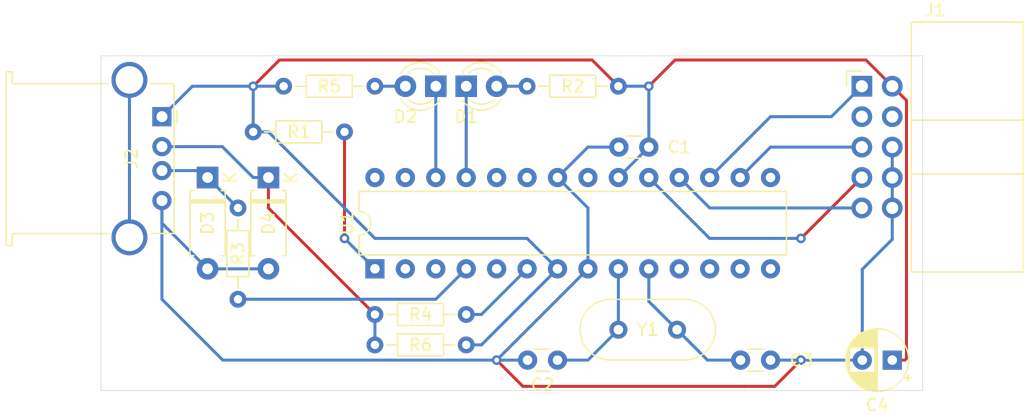
<source format=kicad_pcb>
(kicad_pcb (version 20171130) (host pcbnew 5.1.5+dfsg1-2build2)

  (general
    (thickness 1.6)
    (drawings 4)
    (tracks 94)
    (zones 0)
    (modules 18)
    (nets 19)
  )

  (page A4)
  (layers
    (0 F.Cu signal)
    (31 B.Cu signal)
    (32 B.Adhes user)
    (33 F.Adhes user)
    (34 B.Paste user)
    (35 F.Paste user)
    (36 B.SilkS user)
    (37 F.SilkS user)
    (38 B.Mask user)
    (39 F.Mask user)
    (40 Dwgs.User user)
    (41 Cmts.User user)
    (42 Eco1.User user)
    (43 Eco2.User user)
    (44 Edge.Cuts user)
    (45 Margin user)
    (46 B.CrtYd user)
    (47 F.CrtYd user hide)
    (48 B.Fab user)
    (49 F.Fab user hide)
  )

  (setup
    (last_trace_width 0.25)
    (trace_clearance 0.2)
    (zone_clearance 0.508)
    (zone_45_only no)
    (trace_min 0.2)
    (via_size 0.8)
    (via_drill 0.4)
    (via_min_size 0.4)
    (via_min_drill 0.3)
    (uvia_size 0.3)
    (uvia_drill 0.1)
    (uvias_allowed no)
    (uvia_min_size 0.2)
    (uvia_min_drill 0.1)
    (edge_width 0.05)
    (segment_width 0.2)
    (pcb_text_width 0.3)
    (pcb_text_size 1.5 1.5)
    (mod_edge_width 0.12)
    (mod_text_size 1 1)
    (mod_text_width 0.15)
    (pad_size 1.524 1.524)
    (pad_drill 0.762)
    (pad_to_mask_clearance 0.051)
    (solder_mask_min_width 0.25)
    (aux_axis_origin 0 0)
    (visible_elements FFFFFF7F)
    (pcbplotparams
      (layerselection 0x010fc_ffffffff)
      (usegerberextensions false)
      (usegerberattributes false)
      (usegerberadvancedattributes false)
      (creategerberjobfile false)
      (excludeedgelayer true)
      (linewidth 0.100000)
      (plotframeref false)
      (viasonmask false)
      (mode 1)
      (useauxorigin false)
      (hpglpennumber 1)
      (hpglpenspeed 20)
      (hpglpendiameter 15.000000)
      (psnegative false)
      (psa4output false)
      (plotreference true)
      (plotvalue true)
      (plotinvisibletext false)
      (padsonsilk false)
      (subtractmaskfromsilk false)
      (outputformat 1)
      (mirror false)
      (drillshape 1)
      (scaleselection 1)
      (outputdirectory ""))
  )

  (net 0 "")
  (net 1 VCC)
  (net 2 GND)
  (net 3 "Net-(C2-Pad1)")
  (net 4 "Net-(C3-Pad1)")
  (net 5 "Net-(D1-Pad1)")
  (net 6 "Net-(D1-Pad2)")
  (net 7 "Net-(D2-Pad2)")
  (net 8 "Net-(D2-Pad1)")
  (net 9 "Net-(D3-Pad1)")
  (net 10 "Net-(D4-Pad1)")
  (net 11 /MOSI)
  (net 12 /RST)
  (net 13 /SCK)
  (net 14 /MISO)
  (net 15 "Net-(J2-Pad5)")
  (net 16 "Net-(R1-Pad2)")
  (net 17 "Net-(R3-Pad2)")
  (net 18 "Net-(R4-Pad1)")

  (net_class Default "This is the default net class."
    (clearance 0.2)
    (trace_width 0.25)
    (via_dia 0.8)
    (via_drill 0.4)
    (uvia_dia 0.3)
    (uvia_drill 0.1)
    (add_net /MISO)
    (add_net /MOSI)
    (add_net /RST)
    (add_net /SCK)
    (add_net GND)
    (add_net "Net-(C2-Pad1)")
    (add_net "Net-(C3-Pad1)")
    (add_net "Net-(D1-Pad1)")
    (add_net "Net-(D1-Pad2)")
    (add_net "Net-(D2-Pad1)")
    (add_net "Net-(D2-Pad2)")
    (add_net "Net-(D3-Pad1)")
    (add_net "Net-(D4-Pad1)")
    (add_net "Net-(J2-Pad5)")
    (add_net "Net-(R1-Pad2)")
    (add_net "Net-(R3-Pad2)")
    (add_net "Net-(R4-Pad1)")
    (add_net VCC)
  )

  (module Package_DIP:DIP-28_W7.62mm (layer F.Cu) (tedit 5A02E8C5) (tstamp 60232C0A)
    (at 73.66 109.22 90)
    (descr "28-lead though-hole mounted DIP package, row spacing 7.62 mm (300 mils)")
    (tags "THT DIP DIL PDIP 2.54mm 7.62mm 300mil")
    (path /6023CBF1)
    (fp_text reference U1 (at 3.81 -2.33 90) (layer F.SilkS)
      (effects (font (size 1 1) (thickness 0.15)))
    )
    (fp_text value ATmega328P-PU (at 3.81 35.35 90) (layer F.Fab)
      (effects (font (size 1 1) (thickness 0.15)))
    )
    (fp_arc (start 3.81 -1.33) (end 2.81 -1.33) (angle -180) (layer F.SilkS) (width 0.12))
    (fp_line (start 1.635 -1.27) (end 6.985 -1.27) (layer F.Fab) (width 0.1))
    (fp_line (start 6.985 -1.27) (end 6.985 34.29) (layer F.Fab) (width 0.1))
    (fp_line (start 6.985 34.29) (end 0.635 34.29) (layer F.Fab) (width 0.1))
    (fp_line (start 0.635 34.29) (end 0.635 -0.27) (layer F.Fab) (width 0.1))
    (fp_line (start 0.635 -0.27) (end 1.635 -1.27) (layer F.Fab) (width 0.1))
    (fp_line (start 2.81 -1.33) (end 1.16 -1.33) (layer F.SilkS) (width 0.12))
    (fp_line (start 1.16 -1.33) (end 1.16 34.35) (layer F.SilkS) (width 0.12))
    (fp_line (start 1.16 34.35) (end 6.46 34.35) (layer F.SilkS) (width 0.12))
    (fp_line (start 6.46 34.35) (end 6.46 -1.33) (layer F.SilkS) (width 0.12))
    (fp_line (start 6.46 -1.33) (end 4.81 -1.33) (layer F.SilkS) (width 0.12))
    (fp_line (start -1.1 -1.55) (end -1.1 34.55) (layer F.CrtYd) (width 0.05))
    (fp_line (start -1.1 34.55) (end 8.7 34.55) (layer F.CrtYd) (width 0.05))
    (fp_line (start 8.7 34.55) (end 8.7 -1.55) (layer F.CrtYd) (width 0.05))
    (fp_line (start 8.7 -1.55) (end -1.1 -1.55) (layer F.CrtYd) (width 0.05))
    (fp_text user %R (at 3.81 16.51 90) (layer F.Fab)
      (effects (font (size 1 1) (thickness 0.15)))
    )
    (pad 1 thru_hole rect (at 0 0 90) (size 1.6 1.6) (drill 0.8) (layers *.Cu *.Mask)
      (net 16 "Net-(R1-Pad2)"))
    (pad 15 thru_hole oval (at 7.62 33.02 90) (size 1.6 1.6) (drill 0.8) (layers *.Cu *.Mask))
    (pad 2 thru_hole oval (at 0 2.54 90) (size 1.6 1.6) (drill 0.8) (layers *.Cu *.Mask))
    (pad 16 thru_hole oval (at 7.62 30.48 90) (size 1.6 1.6) (drill 0.8) (layers *.Cu *.Mask)
      (net 12 /RST))
    (pad 3 thru_hole oval (at 0 5.08 90) (size 1.6 1.6) (drill 0.8) (layers *.Cu *.Mask))
    (pad 17 thru_hole oval (at 7.62 27.94 90) (size 1.6 1.6) (drill 0.8) (layers *.Cu *.Mask)
      (net 11 /MOSI))
    (pad 4 thru_hole oval (at 0 7.62 90) (size 1.6 1.6) (drill 0.8) (layers *.Cu *.Mask)
      (net 17 "Net-(R3-Pad2)"))
    (pad 18 thru_hole oval (at 7.62 25.4 90) (size 1.6 1.6) (drill 0.8) (layers *.Cu *.Mask)
      (net 14 /MISO))
    (pad 5 thru_hole oval (at 0 10.16 90) (size 1.6 1.6) (drill 0.8) (layers *.Cu *.Mask))
    (pad 19 thru_hole oval (at 7.62 22.86 90) (size 1.6 1.6) (drill 0.8) (layers *.Cu *.Mask)
      (net 13 /SCK))
    (pad 6 thru_hole oval (at 0 12.7 90) (size 1.6 1.6) (drill 0.8) (layers *.Cu *.Mask)
      (net 18 "Net-(R4-Pad1)"))
    (pad 20 thru_hole oval (at 7.62 20.32 90) (size 1.6 1.6) (drill 0.8) (layers *.Cu *.Mask)
      (net 1 VCC))
    (pad 7 thru_hole oval (at 0 15.24 90) (size 1.6 1.6) (drill 0.8) (layers *.Cu *.Mask)
      (net 1 VCC))
    (pad 21 thru_hole oval (at 7.62 17.78 90) (size 1.6 1.6) (drill 0.8) (layers *.Cu *.Mask))
    (pad 8 thru_hole oval (at 0 17.78 90) (size 1.6 1.6) (drill 0.8) (layers *.Cu *.Mask)
      (net 2 GND))
    (pad 22 thru_hole oval (at 7.62 15.24 90) (size 1.6 1.6) (drill 0.8) (layers *.Cu *.Mask)
      (net 2 GND))
    (pad 9 thru_hole oval (at 0 20.32 90) (size 1.6 1.6) (drill 0.8) (layers *.Cu *.Mask)
      (net 3 "Net-(C2-Pad1)"))
    (pad 23 thru_hole oval (at 7.62 12.7 90) (size 1.6 1.6) (drill 0.8) (layers *.Cu *.Mask))
    (pad 10 thru_hole oval (at 0 22.86 90) (size 1.6 1.6) (drill 0.8) (layers *.Cu *.Mask)
      (net 4 "Net-(C3-Pad1)"))
    (pad 24 thru_hole oval (at 7.62 10.16 90) (size 1.6 1.6) (drill 0.8) (layers *.Cu *.Mask))
    (pad 11 thru_hole oval (at 0 25.4 90) (size 1.6 1.6) (drill 0.8) (layers *.Cu *.Mask))
    (pad 25 thru_hole oval (at 7.62 7.62 90) (size 1.6 1.6) (drill 0.8) (layers *.Cu *.Mask)
      (net 5 "Net-(D1-Pad1)"))
    (pad 12 thru_hole oval (at 0 27.94 90) (size 1.6 1.6) (drill 0.8) (layers *.Cu *.Mask))
    (pad 26 thru_hole oval (at 7.62 5.08 90) (size 1.6 1.6) (drill 0.8) (layers *.Cu *.Mask)
      (net 8 "Net-(D2-Pad1)"))
    (pad 13 thru_hole oval (at 0 30.48 90) (size 1.6 1.6) (drill 0.8) (layers *.Cu *.Mask))
    (pad 27 thru_hole oval (at 7.62 2.54 90) (size 1.6 1.6) (drill 0.8) (layers *.Cu *.Mask))
    (pad 14 thru_hole oval (at 0 33.02 90) (size 1.6 1.6) (drill 0.8) (layers *.Cu *.Mask))
    (pad 28 thru_hole oval (at 7.62 0 90) (size 1.6 1.6) (drill 0.8) (layers *.Cu *.Mask))
    (model ${KISYS3DMOD}/Package_DIP.3dshapes/DIP-28_W7.62mm.wrl
      (at (xyz 0 0 0))
      (scale (xyz 1 1 1))
      (rotate (xyz 0 0 0))
    )
  )

  (module Capacitor_THT:C_Disc_D3.0mm_W1.6mm_P2.50mm (layer F.Cu) (tedit 5AE50EF0) (tstamp 60234A5D)
    (at 96.52 99.06 180)
    (descr "C, Disc series, Radial, pin pitch=2.50mm, , diameter*width=3.0*1.6mm^2, Capacitor, http://www.vishay.com/docs/45233/krseries.pdf")
    (tags "C Disc series Radial pin pitch 2.50mm  diameter 3.0mm width 1.6mm Capacitor")
    (path /602B938E)
    (fp_text reference C1 (at -2.54 0) (layer F.SilkS)
      (effects (font (size 1 1) (thickness 0.15)))
    )
    (fp_text value 0.1uF (at 1.25 2.05) (layer F.Fab)
      (effects (font (size 1 1) (thickness 0.15)))
    )
    (fp_line (start -0.25 -0.8) (end -0.25 0.8) (layer F.Fab) (width 0.1))
    (fp_line (start -0.25 0.8) (end 2.75 0.8) (layer F.Fab) (width 0.1))
    (fp_line (start 2.75 0.8) (end 2.75 -0.8) (layer F.Fab) (width 0.1))
    (fp_line (start 2.75 -0.8) (end -0.25 -0.8) (layer F.Fab) (width 0.1))
    (fp_line (start 0.621 -0.92) (end 1.879 -0.92) (layer F.SilkS) (width 0.12))
    (fp_line (start 0.621 0.92) (end 1.879 0.92) (layer F.SilkS) (width 0.12))
    (fp_line (start -1.05 -1.05) (end -1.05 1.05) (layer F.CrtYd) (width 0.05))
    (fp_line (start -1.05 1.05) (end 3.55 1.05) (layer F.CrtYd) (width 0.05))
    (fp_line (start 3.55 1.05) (end 3.55 -1.05) (layer F.CrtYd) (width 0.05))
    (fp_line (start 3.55 -1.05) (end -1.05 -1.05) (layer F.CrtYd) (width 0.05))
    (fp_text user %R (at 1.25 0) (layer F.Fab)
      (effects (font (size 0.6 0.6) (thickness 0.09)))
    )
    (pad 1 thru_hole circle (at 0 0 180) (size 1.6 1.6) (drill 0.8) (layers *.Cu *.Mask)
      (net 1 VCC))
    (pad 2 thru_hole circle (at 2.5 0 180) (size 1.6 1.6) (drill 0.8) (layers *.Cu *.Mask)
      (net 2 GND))
    (model ${KISYS3DMOD}/Capacitor_THT.3dshapes/C_Disc_D3.0mm_W1.6mm_P2.50mm.wrl
      (at (xyz 0 0 0))
      (scale (xyz 1 1 1))
      (rotate (xyz 0 0 0))
    )
  )

  (module Capacitor_THT:C_Disc_D3.0mm_W1.6mm_P2.50mm (layer F.Cu) (tedit 5AE50EF0) (tstamp 602329D2)
    (at 88.9 116.84 180)
    (descr "C, Disc series, Radial, pin pitch=2.50mm, , diameter*width=3.0*1.6mm^2, Capacitor, http://www.vishay.com/docs/45233/krseries.pdf")
    (tags "C Disc series Radial pin pitch 2.50mm  diameter 3.0mm width 1.6mm Capacitor")
    (path /60242BF8)
    (fp_text reference C2 (at 1.25 -2.05) (layer F.SilkS)
      (effects (font (size 1 1) (thickness 0.15)))
    )
    (fp_text value 22pF (at 1.25 2.05) (layer F.Fab)
      (effects (font (size 1 1) (thickness 0.15)))
    )
    (fp_text user %R (at 1.25 0 270) (layer F.Fab)
      (effects (font (size 0.6 0.6) (thickness 0.09)))
    )
    (fp_line (start 3.55 -1.05) (end -1.05 -1.05) (layer F.CrtYd) (width 0.05))
    (fp_line (start 3.55 1.05) (end 3.55 -1.05) (layer F.CrtYd) (width 0.05))
    (fp_line (start -1.05 1.05) (end 3.55 1.05) (layer F.CrtYd) (width 0.05))
    (fp_line (start -1.05 -1.05) (end -1.05 1.05) (layer F.CrtYd) (width 0.05))
    (fp_line (start 0.621 0.92) (end 1.879 0.92) (layer F.SilkS) (width 0.12))
    (fp_line (start 0.621 -0.92) (end 1.879 -0.92) (layer F.SilkS) (width 0.12))
    (fp_line (start 2.75 -0.8) (end -0.25 -0.8) (layer F.Fab) (width 0.1))
    (fp_line (start 2.75 0.8) (end 2.75 -0.8) (layer F.Fab) (width 0.1))
    (fp_line (start -0.25 0.8) (end 2.75 0.8) (layer F.Fab) (width 0.1))
    (fp_line (start -0.25 -0.8) (end -0.25 0.8) (layer F.Fab) (width 0.1))
    (pad 2 thru_hole circle (at 2.5 0 180) (size 1.6 1.6) (drill 0.8) (layers *.Cu *.Mask)
      (net 2 GND))
    (pad 1 thru_hole circle (at 0 0 180) (size 1.6 1.6) (drill 0.8) (layers *.Cu *.Mask)
      (net 3 "Net-(C2-Pad1)"))
    (model ${KISYS3DMOD}/Capacitor_THT.3dshapes/C_Disc_D3.0mm_W1.6mm_P2.50mm.wrl
      (at (xyz 0 0 0))
      (scale (xyz 1 1 1))
      (rotate (xyz 0 0 0))
    )
  )

  (module Capacitor_THT:C_Disc_D3.0mm_W1.6mm_P2.50mm (layer F.Cu) (tedit 5AE50EF0) (tstamp 60234588)
    (at 104.18 116.84)
    (descr "C, Disc series, Radial, pin pitch=2.50mm, , diameter*width=3.0*1.6mm^2, Capacitor, http://www.vishay.com/docs/45233/krseries.pdf")
    (tags "C Disc series Radial pin pitch 2.50mm  diameter 3.0mm width 1.6mm Capacitor")
    (path /602436DE)
    (fp_text reference C3 (at 5.08 0) (layer F.SilkS)
      (effects (font (size 1 1) (thickness 0.15)))
    )
    (fp_text value 22pF (at 1.25 2.05) (layer F.Fab)
      (effects (font (size 1 1) (thickness 0.15)))
    )
    (fp_line (start -0.25 -0.8) (end -0.25 0.8) (layer F.Fab) (width 0.1))
    (fp_line (start -0.25 0.8) (end 2.75 0.8) (layer F.Fab) (width 0.1))
    (fp_line (start 2.75 0.8) (end 2.75 -0.8) (layer F.Fab) (width 0.1))
    (fp_line (start 2.75 -0.8) (end -0.25 -0.8) (layer F.Fab) (width 0.1))
    (fp_line (start 0.621 -0.92) (end 1.879 -0.92) (layer F.SilkS) (width 0.12))
    (fp_line (start 0.621 0.92) (end 1.879 0.92) (layer F.SilkS) (width 0.12))
    (fp_line (start -1.05 -1.05) (end -1.05 1.05) (layer F.CrtYd) (width 0.05))
    (fp_line (start -1.05 1.05) (end 3.55 1.05) (layer F.CrtYd) (width 0.05))
    (fp_line (start 3.55 1.05) (end 3.55 -1.05) (layer F.CrtYd) (width 0.05))
    (fp_line (start 3.55 -1.05) (end -1.05 -1.05) (layer F.CrtYd) (width 0.05))
    (fp_text user %R (at 1.25 0 180) (layer F.Fab)
      (effects (font (size 0.6 0.6) (thickness 0.09)))
    )
    (pad 1 thru_hole circle (at 0 0) (size 1.6 1.6) (drill 0.8) (layers *.Cu *.Mask)
      (net 4 "Net-(C3-Pad1)"))
    (pad 2 thru_hole circle (at 2.5 0) (size 1.6 1.6) (drill 0.8) (layers *.Cu *.Mask)
      (net 2 GND))
    (model ${KISYS3DMOD}/Capacitor_THT.3dshapes/C_Disc_D3.0mm_W1.6mm_P2.50mm.wrl
      (at (xyz 0 0 0))
      (scale (xyz 1 1 1))
      (rotate (xyz 0 0 0))
    )
  )

  (module Capacitor_THT:CP_Radial_D5.0mm_P2.50mm (layer F.Cu) (tedit 5AE50EF0) (tstamp 60232A67)
    (at 116.84 116.84 180)
    (descr "CP, Radial series, Radial, pin pitch=2.50mm, , diameter=5mm, Electrolytic Capacitor")
    (tags "CP Radial series Radial pin pitch 2.50mm  diameter 5mm Electrolytic Capacitor")
    (path /602C3646)
    (fp_text reference C4 (at 1.25 -3.75) (layer F.SilkS)
      (effects (font (size 1 1) (thickness 0.15)))
    )
    (fp_text value 100uF (at 1.25 3.75) (layer F.Fab)
      (effects (font (size 1 1) (thickness 0.15)))
    )
    (fp_circle (center 1.25 0) (end 3.75 0) (layer F.Fab) (width 0.1))
    (fp_circle (center 1.25 0) (end 3.87 0) (layer F.SilkS) (width 0.12))
    (fp_circle (center 1.25 0) (end 4 0) (layer F.CrtYd) (width 0.05))
    (fp_line (start -0.883605 -1.0875) (end -0.383605 -1.0875) (layer F.Fab) (width 0.1))
    (fp_line (start -0.633605 -1.3375) (end -0.633605 -0.8375) (layer F.Fab) (width 0.1))
    (fp_line (start 1.25 -2.58) (end 1.25 2.58) (layer F.SilkS) (width 0.12))
    (fp_line (start 1.29 -2.58) (end 1.29 2.58) (layer F.SilkS) (width 0.12))
    (fp_line (start 1.33 -2.579) (end 1.33 2.579) (layer F.SilkS) (width 0.12))
    (fp_line (start 1.37 -2.578) (end 1.37 2.578) (layer F.SilkS) (width 0.12))
    (fp_line (start 1.41 -2.576) (end 1.41 2.576) (layer F.SilkS) (width 0.12))
    (fp_line (start 1.45 -2.573) (end 1.45 2.573) (layer F.SilkS) (width 0.12))
    (fp_line (start 1.49 -2.569) (end 1.49 -1.04) (layer F.SilkS) (width 0.12))
    (fp_line (start 1.49 1.04) (end 1.49 2.569) (layer F.SilkS) (width 0.12))
    (fp_line (start 1.53 -2.565) (end 1.53 -1.04) (layer F.SilkS) (width 0.12))
    (fp_line (start 1.53 1.04) (end 1.53 2.565) (layer F.SilkS) (width 0.12))
    (fp_line (start 1.57 -2.561) (end 1.57 -1.04) (layer F.SilkS) (width 0.12))
    (fp_line (start 1.57 1.04) (end 1.57 2.561) (layer F.SilkS) (width 0.12))
    (fp_line (start 1.61 -2.556) (end 1.61 -1.04) (layer F.SilkS) (width 0.12))
    (fp_line (start 1.61 1.04) (end 1.61 2.556) (layer F.SilkS) (width 0.12))
    (fp_line (start 1.65 -2.55) (end 1.65 -1.04) (layer F.SilkS) (width 0.12))
    (fp_line (start 1.65 1.04) (end 1.65 2.55) (layer F.SilkS) (width 0.12))
    (fp_line (start 1.69 -2.543) (end 1.69 -1.04) (layer F.SilkS) (width 0.12))
    (fp_line (start 1.69 1.04) (end 1.69 2.543) (layer F.SilkS) (width 0.12))
    (fp_line (start 1.73 -2.536) (end 1.73 -1.04) (layer F.SilkS) (width 0.12))
    (fp_line (start 1.73 1.04) (end 1.73 2.536) (layer F.SilkS) (width 0.12))
    (fp_line (start 1.77 -2.528) (end 1.77 -1.04) (layer F.SilkS) (width 0.12))
    (fp_line (start 1.77 1.04) (end 1.77 2.528) (layer F.SilkS) (width 0.12))
    (fp_line (start 1.81 -2.52) (end 1.81 -1.04) (layer F.SilkS) (width 0.12))
    (fp_line (start 1.81 1.04) (end 1.81 2.52) (layer F.SilkS) (width 0.12))
    (fp_line (start 1.85 -2.511) (end 1.85 -1.04) (layer F.SilkS) (width 0.12))
    (fp_line (start 1.85 1.04) (end 1.85 2.511) (layer F.SilkS) (width 0.12))
    (fp_line (start 1.89 -2.501) (end 1.89 -1.04) (layer F.SilkS) (width 0.12))
    (fp_line (start 1.89 1.04) (end 1.89 2.501) (layer F.SilkS) (width 0.12))
    (fp_line (start 1.93 -2.491) (end 1.93 -1.04) (layer F.SilkS) (width 0.12))
    (fp_line (start 1.93 1.04) (end 1.93 2.491) (layer F.SilkS) (width 0.12))
    (fp_line (start 1.971 -2.48) (end 1.971 -1.04) (layer F.SilkS) (width 0.12))
    (fp_line (start 1.971 1.04) (end 1.971 2.48) (layer F.SilkS) (width 0.12))
    (fp_line (start 2.011 -2.468) (end 2.011 -1.04) (layer F.SilkS) (width 0.12))
    (fp_line (start 2.011 1.04) (end 2.011 2.468) (layer F.SilkS) (width 0.12))
    (fp_line (start 2.051 -2.455) (end 2.051 -1.04) (layer F.SilkS) (width 0.12))
    (fp_line (start 2.051 1.04) (end 2.051 2.455) (layer F.SilkS) (width 0.12))
    (fp_line (start 2.091 -2.442) (end 2.091 -1.04) (layer F.SilkS) (width 0.12))
    (fp_line (start 2.091 1.04) (end 2.091 2.442) (layer F.SilkS) (width 0.12))
    (fp_line (start 2.131 -2.428) (end 2.131 -1.04) (layer F.SilkS) (width 0.12))
    (fp_line (start 2.131 1.04) (end 2.131 2.428) (layer F.SilkS) (width 0.12))
    (fp_line (start 2.171 -2.414) (end 2.171 -1.04) (layer F.SilkS) (width 0.12))
    (fp_line (start 2.171 1.04) (end 2.171 2.414) (layer F.SilkS) (width 0.12))
    (fp_line (start 2.211 -2.398) (end 2.211 -1.04) (layer F.SilkS) (width 0.12))
    (fp_line (start 2.211 1.04) (end 2.211 2.398) (layer F.SilkS) (width 0.12))
    (fp_line (start 2.251 -2.382) (end 2.251 -1.04) (layer F.SilkS) (width 0.12))
    (fp_line (start 2.251 1.04) (end 2.251 2.382) (layer F.SilkS) (width 0.12))
    (fp_line (start 2.291 -2.365) (end 2.291 -1.04) (layer F.SilkS) (width 0.12))
    (fp_line (start 2.291 1.04) (end 2.291 2.365) (layer F.SilkS) (width 0.12))
    (fp_line (start 2.331 -2.348) (end 2.331 -1.04) (layer F.SilkS) (width 0.12))
    (fp_line (start 2.331 1.04) (end 2.331 2.348) (layer F.SilkS) (width 0.12))
    (fp_line (start 2.371 -2.329) (end 2.371 -1.04) (layer F.SilkS) (width 0.12))
    (fp_line (start 2.371 1.04) (end 2.371 2.329) (layer F.SilkS) (width 0.12))
    (fp_line (start 2.411 -2.31) (end 2.411 -1.04) (layer F.SilkS) (width 0.12))
    (fp_line (start 2.411 1.04) (end 2.411 2.31) (layer F.SilkS) (width 0.12))
    (fp_line (start 2.451 -2.29) (end 2.451 -1.04) (layer F.SilkS) (width 0.12))
    (fp_line (start 2.451 1.04) (end 2.451 2.29) (layer F.SilkS) (width 0.12))
    (fp_line (start 2.491 -2.268) (end 2.491 -1.04) (layer F.SilkS) (width 0.12))
    (fp_line (start 2.491 1.04) (end 2.491 2.268) (layer F.SilkS) (width 0.12))
    (fp_line (start 2.531 -2.247) (end 2.531 -1.04) (layer F.SilkS) (width 0.12))
    (fp_line (start 2.531 1.04) (end 2.531 2.247) (layer F.SilkS) (width 0.12))
    (fp_line (start 2.571 -2.224) (end 2.571 -1.04) (layer F.SilkS) (width 0.12))
    (fp_line (start 2.571 1.04) (end 2.571 2.224) (layer F.SilkS) (width 0.12))
    (fp_line (start 2.611 -2.2) (end 2.611 -1.04) (layer F.SilkS) (width 0.12))
    (fp_line (start 2.611 1.04) (end 2.611 2.2) (layer F.SilkS) (width 0.12))
    (fp_line (start 2.651 -2.175) (end 2.651 -1.04) (layer F.SilkS) (width 0.12))
    (fp_line (start 2.651 1.04) (end 2.651 2.175) (layer F.SilkS) (width 0.12))
    (fp_line (start 2.691 -2.149) (end 2.691 -1.04) (layer F.SilkS) (width 0.12))
    (fp_line (start 2.691 1.04) (end 2.691 2.149) (layer F.SilkS) (width 0.12))
    (fp_line (start 2.731 -2.122) (end 2.731 -1.04) (layer F.SilkS) (width 0.12))
    (fp_line (start 2.731 1.04) (end 2.731 2.122) (layer F.SilkS) (width 0.12))
    (fp_line (start 2.771 -2.095) (end 2.771 -1.04) (layer F.SilkS) (width 0.12))
    (fp_line (start 2.771 1.04) (end 2.771 2.095) (layer F.SilkS) (width 0.12))
    (fp_line (start 2.811 -2.065) (end 2.811 -1.04) (layer F.SilkS) (width 0.12))
    (fp_line (start 2.811 1.04) (end 2.811 2.065) (layer F.SilkS) (width 0.12))
    (fp_line (start 2.851 -2.035) (end 2.851 -1.04) (layer F.SilkS) (width 0.12))
    (fp_line (start 2.851 1.04) (end 2.851 2.035) (layer F.SilkS) (width 0.12))
    (fp_line (start 2.891 -2.004) (end 2.891 -1.04) (layer F.SilkS) (width 0.12))
    (fp_line (start 2.891 1.04) (end 2.891 2.004) (layer F.SilkS) (width 0.12))
    (fp_line (start 2.931 -1.971) (end 2.931 -1.04) (layer F.SilkS) (width 0.12))
    (fp_line (start 2.931 1.04) (end 2.931 1.971) (layer F.SilkS) (width 0.12))
    (fp_line (start 2.971 -1.937) (end 2.971 -1.04) (layer F.SilkS) (width 0.12))
    (fp_line (start 2.971 1.04) (end 2.971 1.937) (layer F.SilkS) (width 0.12))
    (fp_line (start 3.011 -1.901) (end 3.011 -1.04) (layer F.SilkS) (width 0.12))
    (fp_line (start 3.011 1.04) (end 3.011 1.901) (layer F.SilkS) (width 0.12))
    (fp_line (start 3.051 -1.864) (end 3.051 -1.04) (layer F.SilkS) (width 0.12))
    (fp_line (start 3.051 1.04) (end 3.051 1.864) (layer F.SilkS) (width 0.12))
    (fp_line (start 3.091 -1.826) (end 3.091 -1.04) (layer F.SilkS) (width 0.12))
    (fp_line (start 3.091 1.04) (end 3.091 1.826) (layer F.SilkS) (width 0.12))
    (fp_line (start 3.131 -1.785) (end 3.131 -1.04) (layer F.SilkS) (width 0.12))
    (fp_line (start 3.131 1.04) (end 3.131 1.785) (layer F.SilkS) (width 0.12))
    (fp_line (start 3.171 -1.743) (end 3.171 -1.04) (layer F.SilkS) (width 0.12))
    (fp_line (start 3.171 1.04) (end 3.171 1.743) (layer F.SilkS) (width 0.12))
    (fp_line (start 3.211 -1.699) (end 3.211 -1.04) (layer F.SilkS) (width 0.12))
    (fp_line (start 3.211 1.04) (end 3.211 1.699) (layer F.SilkS) (width 0.12))
    (fp_line (start 3.251 -1.653) (end 3.251 -1.04) (layer F.SilkS) (width 0.12))
    (fp_line (start 3.251 1.04) (end 3.251 1.653) (layer F.SilkS) (width 0.12))
    (fp_line (start 3.291 -1.605) (end 3.291 -1.04) (layer F.SilkS) (width 0.12))
    (fp_line (start 3.291 1.04) (end 3.291 1.605) (layer F.SilkS) (width 0.12))
    (fp_line (start 3.331 -1.554) (end 3.331 -1.04) (layer F.SilkS) (width 0.12))
    (fp_line (start 3.331 1.04) (end 3.331 1.554) (layer F.SilkS) (width 0.12))
    (fp_line (start 3.371 -1.5) (end 3.371 -1.04) (layer F.SilkS) (width 0.12))
    (fp_line (start 3.371 1.04) (end 3.371 1.5) (layer F.SilkS) (width 0.12))
    (fp_line (start 3.411 -1.443) (end 3.411 -1.04) (layer F.SilkS) (width 0.12))
    (fp_line (start 3.411 1.04) (end 3.411 1.443) (layer F.SilkS) (width 0.12))
    (fp_line (start 3.451 -1.383) (end 3.451 -1.04) (layer F.SilkS) (width 0.12))
    (fp_line (start 3.451 1.04) (end 3.451 1.383) (layer F.SilkS) (width 0.12))
    (fp_line (start 3.491 -1.319) (end 3.491 -1.04) (layer F.SilkS) (width 0.12))
    (fp_line (start 3.491 1.04) (end 3.491 1.319) (layer F.SilkS) (width 0.12))
    (fp_line (start 3.531 -1.251) (end 3.531 -1.04) (layer F.SilkS) (width 0.12))
    (fp_line (start 3.531 1.04) (end 3.531 1.251) (layer F.SilkS) (width 0.12))
    (fp_line (start 3.571 -1.178) (end 3.571 1.178) (layer F.SilkS) (width 0.12))
    (fp_line (start 3.611 -1.098) (end 3.611 1.098) (layer F.SilkS) (width 0.12))
    (fp_line (start 3.651 -1.011) (end 3.651 1.011) (layer F.SilkS) (width 0.12))
    (fp_line (start 3.691 -0.915) (end 3.691 0.915) (layer F.SilkS) (width 0.12))
    (fp_line (start 3.731 -0.805) (end 3.731 0.805) (layer F.SilkS) (width 0.12))
    (fp_line (start 3.771 -0.677) (end 3.771 0.677) (layer F.SilkS) (width 0.12))
    (fp_line (start 3.811 -0.518) (end 3.811 0.518) (layer F.SilkS) (width 0.12))
    (fp_line (start 3.851 -0.284) (end 3.851 0.284) (layer F.SilkS) (width 0.12))
    (fp_line (start -1.554775 -1.475) (end -1.054775 -1.475) (layer F.SilkS) (width 0.12))
    (fp_line (start -1.304775 -1.725) (end -1.304775 -1.225) (layer F.SilkS) (width 0.12))
    (fp_text user %R (at 1.25 0) (layer F.Fab)
      (effects (font (size 1 1) (thickness 0.15)))
    )
    (pad 1 thru_hole rect (at 0 0 180) (size 1.6 1.6) (drill 0.8) (layers *.Cu *.Mask)
      (net 1 VCC))
    (pad 2 thru_hole circle (at 2.5 0 180) (size 1.6 1.6) (drill 0.8) (layers *.Cu *.Mask)
      (net 2 GND))
    (model ${KISYS3DMOD}/Capacitor_THT.3dshapes/CP_Radial_D5.0mm_P2.50mm.wrl
      (at (xyz 0 0 0))
      (scale (xyz 1 1 1))
      (rotate (xyz 0 0 0))
    )
  )

  (module LED_THT:LED_D3.0mm (layer F.Cu) (tedit 587A3A7B) (tstamp 60232A7A)
    (at 81.28 93.98)
    (descr "LED, diameter 3.0mm, 2 pins")
    (tags "LED diameter 3.0mm 2 pins")
    (path /6024C34B)
    (fp_text reference D1 (at 0 2.54) (layer F.SilkS)
      (effects (font (size 1 1) (thickness 0.15)))
    )
    (fp_text value Busy (at 1.27 2.96) (layer F.Fab)
      (effects (font (size 1 1) (thickness 0.15)))
    )
    (fp_arc (start 1.27 0) (end -0.23 -1.16619) (angle 284.3) (layer F.Fab) (width 0.1))
    (fp_arc (start 1.27 0) (end -0.29 -1.235516) (angle 108.8) (layer F.SilkS) (width 0.12))
    (fp_arc (start 1.27 0) (end -0.29 1.235516) (angle -108.8) (layer F.SilkS) (width 0.12))
    (fp_arc (start 1.27 0) (end 0.229039 -1.08) (angle 87.9) (layer F.SilkS) (width 0.12))
    (fp_arc (start 1.27 0) (end 0.229039 1.08) (angle -87.9) (layer F.SilkS) (width 0.12))
    (fp_circle (center 1.27 0) (end 2.77 0) (layer F.Fab) (width 0.1))
    (fp_line (start -0.23 -1.16619) (end -0.23 1.16619) (layer F.Fab) (width 0.1))
    (fp_line (start -0.29 -1.236) (end -0.29 -1.08) (layer F.SilkS) (width 0.12))
    (fp_line (start -0.29 1.08) (end -0.29 1.236) (layer F.SilkS) (width 0.12))
    (fp_line (start -1.15 -2.25) (end -1.15 2.25) (layer F.CrtYd) (width 0.05))
    (fp_line (start -1.15 2.25) (end 3.7 2.25) (layer F.CrtYd) (width 0.05))
    (fp_line (start 3.7 2.25) (end 3.7 -2.25) (layer F.CrtYd) (width 0.05))
    (fp_line (start 3.7 -2.25) (end -1.15 -2.25) (layer F.CrtYd) (width 0.05))
    (pad 1 thru_hole rect (at 0 0) (size 1.8 1.8) (drill 0.9) (layers *.Cu *.Mask)
      (net 5 "Net-(D1-Pad1)"))
    (pad 2 thru_hole circle (at 2.54 0) (size 1.8 1.8) (drill 0.9) (layers *.Cu *.Mask)
      (net 6 "Net-(D1-Pad2)"))
    (model ${KISYS3DMOD}/LED_THT.3dshapes/LED_D3.0mm.wrl
      (at (xyz 0 0 0))
      (scale (xyz 1 1 1))
      (rotate (xyz 0 0 0))
    )
  )

  (module LED_THT:LED_D3.0mm (layer F.Cu) (tedit 587A3A7B) (tstamp 60232A8D)
    (at 78.74 93.98 180)
    (descr "LED, diameter 3.0mm, 2 pins")
    (tags "LED diameter 3.0mm 2 pins")
    (path /6024D146)
    (fp_text reference D2 (at 2.54 -2.54) (layer F.SilkS)
      (effects (font (size 1 1) (thickness 0.15)))
    )
    (fp_text value Power (at 1.27 2.96) (layer F.Fab)
      (effects (font (size 1 1) (thickness 0.15)))
    )
    (fp_line (start 3.7 -2.25) (end -1.15 -2.25) (layer F.CrtYd) (width 0.05))
    (fp_line (start 3.7 2.25) (end 3.7 -2.25) (layer F.CrtYd) (width 0.05))
    (fp_line (start -1.15 2.25) (end 3.7 2.25) (layer F.CrtYd) (width 0.05))
    (fp_line (start -1.15 -2.25) (end -1.15 2.25) (layer F.CrtYd) (width 0.05))
    (fp_line (start -0.29 1.08) (end -0.29 1.236) (layer F.SilkS) (width 0.12))
    (fp_line (start -0.29 -1.236) (end -0.29 -1.08) (layer F.SilkS) (width 0.12))
    (fp_line (start -0.23 -1.16619) (end -0.23 1.16619) (layer F.Fab) (width 0.1))
    (fp_circle (center 1.27 0) (end 2.77 0) (layer F.Fab) (width 0.1))
    (fp_arc (start 1.27 0) (end 0.229039 1.08) (angle -87.9) (layer F.SilkS) (width 0.12))
    (fp_arc (start 1.27 0) (end 0.229039 -1.08) (angle 87.9) (layer F.SilkS) (width 0.12))
    (fp_arc (start 1.27 0) (end -0.29 1.235516) (angle -108.8) (layer F.SilkS) (width 0.12))
    (fp_arc (start 1.27 0) (end -0.29 -1.235516) (angle 108.8) (layer F.SilkS) (width 0.12))
    (fp_arc (start 1.27 0) (end -0.23 -1.16619) (angle 284.3) (layer F.Fab) (width 0.1))
    (pad 2 thru_hole circle (at 2.54 0 180) (size 1.8 1.8) (drill 0.9) (layers *.Cu *.Mask)
      (net 7 "Net-(D2-Pad2)"))
    (pad 1 thru_hole rect (at 0 0 180) (size 1.8 1.8) (drill 0.9) (layers *.Cu *.Mask)
      (net 8 "Net-(D2-Pad1)"))
    (model ${KISYS3DMOD}/LED_THT.3dshapes/LED_D3.0mm.wrl
      (at (xyz 0 0 0))
      (scale (xyz 1 1 1))
      (rotate (xyz 0 0 0))
    )
  )

  (module Resistor_THT:R_Axial_DIN0204_L3.6mm_D1.6mm_P7.62mm_Horizontal (layer F.Cu) (tedit 5AE5139B) (tstamp 6023BF97)
    (at 63.5 97.79)
    (descr "Resistor, Axial_DIN0204 series, Axial, Horizontal, pin pitch=7.62mm, 0.167W, length*diameter=3.6*1.6mm^2, http://cdn-reichelt.de/documents/datenblatt/B400/1_4W%23YAG.pdf")
    (tags "Resistor Axial_DIN0204 series Axial Horizontal pin pitch 7.62mm 0.167W length 3.6mm diameter 1.6mm")
    (path /6023F5D6)
    (fp_text reference R1 (at 3.81 0) (layer F.SilkS)
      (effects (font (size 1 1) (thickness 0.15)))
    )
    (fp_text value 10K (at 3.81 1.92) (layer F.Fab)
      (effects (font (size 1 1) (thickness 0.15)))
    )
    (fp_line (start 2.01 -0.8) (end 2.01 0.8) (layer F.Fab) (width 0.1))
    (fp_line (start 2.01 0.8) (end 5.61 0.8) (layer F.Fab) (width 0.1))
    (fp_line (start 5.61 0.8) (end 5.61 -0.8) (layer F.Fab) (width 0.1))
    (fp_line (start 5.61 -0.8) (end 2.01 -0.8) (layer F.Fab) (width 0.1))
    (fp_line (start 0 0) (end 2.01 0) (layer F.Fab) (width 0.1))
    (fp_line (start 7.62 0) (end 5.61 0) (layer F.Fab) (width 0.1))
    (fp_line (start 1.89 -0.92) (end 1.89 0.92) (layer F.SilkS) (width 0.12))
    (fp_line (start 1.89 0.92) (end 5.73 0.92) (layer F.SilkS) (width 0.12))
    (fp_line (start 5.73 0.92) (end 5.73 -0.92) (layer F.SilkS) (width 0.12))
    (fp_line (start 5.73 -0.92) (end 1.89 -0.92) (layer F.SilkS) (width 0.12))
    (fp_line (start 0.94 0) (end 1.89 0) (layer F.SilkS) (width 0.12))
    (fp_line (start 6.68 0) (end 5.73 0) (layer F.SilkS) (width 0.12))
    (fp_line (start -0.95 -1.05) (end -0.95 1.05) (layer F.CrtYd) (width 0.05))
    (fp_line (start -0.95 1.05) (end 8.57 1.05) (layer F.CrtYd) (width 0.05))
    (fp_line (start 8.57 1.05) (end 8.57 -1.05) (layer F.CrtYd) (width 0.05))
    (fp_line (start 8.57 -1.05) (end -0.95 -1.05) (layer F.CrtYd) (width 0.05))
    (fp_text user %R (at 3.81 0) (layer F.Fab)
      (effects (font (size 0.72 0.72) (thickness 0.108)))
    )
    (pad 1 thru_hole circle (at 0 0) (size 1.4 1.4) (drill 0.7) (layers *.Cu *.Mask)
      (net 1 VCC))
    (pad 2 thru_hole oval (at 7.62 0) (size 1.4 1.4) (drill 0.7) (layers *.Cu *.Mask)
      (net 16 "Net-(R1-Pad2)"))
    (model ${KISYS3DMOD}/Resistor_THT.3dshapes/R_Axial_DIN0204_L3.6mm_D1.6mm_P7.62mm_Horizontal.wrl
      (at (xyz 0 0 0))
      (scale (xyz 1 1 1))
      (rotate (xyz 0 0 0))
    )
  )

  (module Resistor_THT:R_Axial_DIN0204_L3.6mm_D1.6mm_P7.62mm_Horizontal (layer F.Cu) (tedit 5AE5139B) (tstamp 60232B7E)
    (at 93.98 93.98 180)
    (descr "Resistor, Axial_DIN0204 series, Axial, Horizontal, pin pitch=7.62mm, 0.167W, length*diameter=3.6*1.6mm^2, http://cdn-reichelt.de/documents/datenblatt/B400/1_4W%23YAG.pdf")
    (tags "Resistor Axial_DIN0204 series Axial Horizontal pin pitch 7.62mm 0.167W length 3.6mm diameter 1.6mm")
    (path /6024D815)
    (fp_text reference R2 (at 3.81 0) (layer F.SilkS)
      (effects (font (size 1 1) (thickness 0.15)))
    )
    (fp_text value 1K5 (at 3.81 1.92) (layer F.Fab)
      (effects (font (size 1 1) (thickness 0.15)))
    )
    (fp_line (start 2.01 -0.8) (end 2.01 0.8) (layer F.Fab) (width 0.1))
    (fp_line (start 2.01 0.8) (end 5.61 0.8) (layer F.Fab) (width 0.1))
    (fp_line (start 5.61 0.8) (end 5.61 -0.8) (layer F.Fab) (width 0.1))
    (fp_line (start 5.61 -0.8) (end 2.01 -0.8) (layer F.Fab) (width 0.1))
    (fp_line (start 0 0) (end 2.01 0) (layer F.Fab) (width 0.1))
    (fp_line (start 7.62 0) (end 5.61 0) (layer F.Fab) (width 0.1))
    (fp_line (start 1.89 -0.92) (end 1.89 0.92) (layer F.SilkS) (width 0.12))
    (fp_line (start 1.89 0.92) (end 5.73 0.92) (layer F.SilkS) (width 0.12))
    (fp_line (start 5.73 0.92) (end 5.73 -0.92) (layer F.SilkS) (width 0.12))
    (fp_line (start 5.73 -0.92) (end 1.89 -0.92) (layer F.SilkS) (width 0.12))
    (fp_line (start 0.94 0) (end 1.89 0) (layer F.SilkS) (width 0.12))
    (fp_line (start 6.68 0) (end 5.73 0) (layer F.SilkS) (width 0.12))
    (fp_line (start -0.95 -1.05) (end -0.95 1.05) (layer F.CrtYd) (width 0.05))
    (fp_line (start -0.95 1.05) (end 8.57 1.05) (layer F.CrtYd) (width 0.05))
    (fp_line (start 8.57 1.05) (end 8.57 -1.05) (layer F.CrtYd) (width 0.05))
    (fp_line (start 8.57 -1.05) (end -0.95 -1.05) (layer F.CrtYd) (width 0.05))
    (fp_text user %R (at 3.81 0) (layer F.Fab)
      (effects (font (size 0.72 0.72) (thickness 0.108)))
    )
    (pad 1 thru_hole circle (at 0 0 180) (size 1.4 1.4) (drill 0.7) (layers *.Cu *.Mask)
      (net 1 VCC))
    (pad 2 thru_hole oval (at 7.62 0 180) (size 1.4 1.4) (drill 0.7) (layers *.Cu *.Mask)
      (net 6 "Net-(D1-Pad2)"))
    (model ${KISYS3DMOD}/Resistor_THT.3dshapes/R_Axial_DIN0204_L3.6mm_D1.6mm_P7.62mm_Horizontal.wrl
      (at (xyz 0 0 0))
      (scale (xyz 1 1 1))
      (rotate (xyz 0 0 0))
    )
  )

  (module Resistor_THT:R_Axial_DIN0204_L3.6mm_D1.6mm_P7.62mm_Horizontal (layer F.Cu) (tedit 5AE5139B) (tstamp 6023A0E8)
    (at 62.23 104.14 270)
    (descr "Resistor, Axial_DIN0204 series, Axial, Horizontal, pin pitch=7.62mm, 0.167W, length*diameter=3.6*1.6mm^2, http://cdn-reichelt.de/documents/datenblatt/B400/1_4W%23YAG.pdf")
    (tags "Resistor Axial_DIN0204 series Axial Horizontal pin pitch 7.62mm 0.167W length 3.6mm diameter 1.6mm")
    (path /60265569)
    (fp_text reference R3 (at 3.81 0 90) (layer F.SilkS)
      (effects (font (size 1 1) (thickness 0.15)))
    )
    (fp_text value 68 (at 3.81 1.92 90) (layer F.Fab)
      (effects (font (size 1 1) (thickness 0.15)))
    )
    (fp_text user %R (at 3.81 0 90) (layer F.Fab)
      (effects (font (size 0.72 0.72) (thickness 0.108)))
    )
    (fp_line (start 8.57 -1.05) (end -0.95 -1.05) (layer F.CrtYd) (width 0.05))
    (fp_line (start 8.57 1.05) (end 8.57 -1.05) (layer F.CrtYd) (width 0.05))
    (fp_line (start -0.95 1.05) (end 8.57 1.05) (layer F.CrtYd) (width 0.05))
    (fp_line (start -0.95 -1.05) (end -0.95 1.05) (layer F.CrtYd) (width 0.05))
    (fp_line (start 6.68 0) (end 5.73 0) (layer F.SilkS) (width 0.12))
    (fp_line (start 0.94 0) (end 1.89 0) (layer F.SilkS) (width 0.12))
    (fp_line (start 5.73 -0.92) (end 1.89 -0.92) (layer F.SilkS) (width 0.12))
    (fp_line (start 5.73 0.92) (end 5.73 -0.92) (layer F.SilkS) (width 0.12))
    (fp_line (start 1.89 0.92) (end 5.73 0.92) (layer F.SilkS) (width 0.12))
    (fp_line (start 1.89 -0.92) (end 1.89 0.92) (layer F.SilkS) (width 0.12))
    (fp_line (start 7.62 0) (end 5.61 0) (layer F.Fab) (width 0.1))
    (fp_line (start 0 0) (end 2.01 0) (layer F.Fab) (width 0.1))
    (fp_line (start 5.61 -0.8) (end 2.01 -0.8) (layer F.Fab) (width 0.1))
    (fp_line (start 5.61 0.8) (end 5.61 -0.8) (layer F.Fab) (width 0.1))
    (fp_line (start 2.01 0.8) (end 5.61 0.8) (layer F.Fab) (width 0.1))
    (fp_line (start 2.01 -0.8) (end 2.01 0.8) (layer F.Fab) (width 0.1))
    (pad 2 thru_hole oval (at 7.62 0 270) (size 1.4 1.4) (drill 0.7) (layers *.Cu *.Mask)
      (net 17 "Net-(R3-Pad2)"))
    (pad 1 thru_hole circle (at 0 0 270) (size 1.4 1.4) (drill 0.7) (layers *.Cu *.Mask)
      (net 9 "Net-(D3-Pad1)"))
    (model ${KISYS3DMOD}/Resistor_THT.3dshapes/R_Axial_DIN0204_L3.6mm_D1.6mm_P7.62mm_Horizontal.wrl
      (at (xyz 0 0 0))
      (scale (xyz 1 1 1))
      (rotate (xyz 0 0 0))
    )
  )

  (module Resistor_THT:R_Axial_DIN0204_L3.6mm_D1.6mm_P7.62mm_Horizontal (layer F.Cu) (tedit 5AE5139B) (tstamp 60232BAC)
    (at 81.28 113.03 180)
    (descr "Resistor, Axial_DIN0204 series, Axial, Horizontal, pin pitch=7.62mm, 0.167W, length*diameter=3.6*1.6mm^2, http://cdn-reichelt.de/documents/datenblatt/B400/1_4W%23YAG.pdf")
    (tags "Resistor Axial_DIN0204 series Axial Horizontal pin pitch 7.62mm 0.167W length 3.6mm diameter 1.6mm")
    (path /60264570)
    (fp_text reference R4 (at 3.81 0) (layer F.SilkS)
      (effects (font (size 1 1) (thickness 0.15)))
    )
    (fp_text value 68 (at 3.81 1.92) (layer F.Fab)
      (effects (font (size 1 1) (thickness 0.15)))
    )
    (fp_line (start 2.01 -0.8) (end 2.01 0.8) (layer F.Fab) (width 0.1))
    (fp_line (start 2.01 0.8) (end 5.61 0.8) (layer F.Fab) (width 0.1))
    (fp_line (start 5.61 0.8) (end 5.61 -0.8) (layer F.Fab) (width 0.1))
    (fp_line (start 5.61 -0.8) (end 2.01 -0.8) (layer F.Fab) (width 0.1))
    (fp_line (start 0 0) (end 2.01 0) (layer F.Fab) (width 0.1))
    (fp_line (start 7.62 0) (end 5.61 0) (layer F.Fab) (width 0.1))
    (fp_line (start 1.89 -0.92) (end 1.89 0.92) (layer F.SilkS) (width 0.12))
    (fp_line (start 1.89 0.92) (end 5.73 0.92) (layer F.SilkS) (width 0.12))
    (fp_line (start 5.73 0.92) (end 5.73 -0.92) (layer F.SilkS) (width 0.12))
    (fp_line (start 5.73 -0.92) (end 1.89 -0.92) (layer F.SilkS) (width 0.12))
    (fp_line (start 0.94 0) (end 1.89 0) (layer F.SilkS) (width 0.12))
    (fp_line (start 6.68 0) (end 5.73 0) (layer F.SilkS) (width 0.12))
    (fp_line (start -0.95 -1.05) (end -0.95 1.05) (layer F.CrtYd) (width 0.05))
    (fp_line (start -0.95 1.05) (end 8.57 1.05) (layer F.CrtYd) (width 0.05))
    (fp_line (start 8.57 1.05) (end 8.57 -1.05) (layer F.CrtYd) (width 0.05))
    (fp_line (start 8.57 -1.05) (end -0.95 -1.05) (layer F.CrtYd) (width 0.05))
    (fp_text user %R (at 3.81 0) (layer F.Fab)
      (effects (font (size 0.72 0.72) (thickness 0.108)))
    )
    (pad 1 thru_hole circle (at 0 0 180) (size 1.4 1.4) (drill 0.7) (layers *.Cu *.Mask)
      (net 18 "Net-(R4-Pad1)"))
    (pad 2 thru_hole oval (at 7.62 0 180) (size 1.4 1.4) (drill 0.7) (layers *.Cu *.Mask)
      (net 10 "Net-(D4-Pad1)"))
    (model ${KISYS3DMOD}/Resistor_THT.3dshapes/R_Axial_DIN0204_L3.6mm_D1.6mm_P7.62mm_Horizontal.wrl
      (at (xyz 0 0 0))
      (scale (xyz 1 1 1))
      (rotate (xyz 0 0 0))
    )
  )

  (module Resistor_THT:R_Axial_DIN0204_L3.6mm_D1.6mm_P7.62mm_Horizontal (layer F.Cu) (tedit 5AE5139B) (tstamp 60233826)
    (at 66.04 93.98)
    (descr "Resistor, Axial_DIN0204 series, Axial, Horizontal, pin pitch=7.62mm, 0.167W, length*diameter=3.6*1.6mm^2, http://cdn-reichelt.de/documents/datenblatt/B400/1_4W%23YAG.pdf")
    (tags "Resistor Axial_DIN0204 series Axial Horizontal pin pitch 7.62mm 0.167W length 3.6mm diameter 1.6mm")
    (path /6024DFEE)
    (fp_text reference R5 (at 3.81 0) (layer F.SilkS)
      (effects (font (size 1 1) (thickness 0.15)))
    )
    (fp_text value 1K5 (at 3.81 1.92) (layer F.Fab)
      (effects (font (size 1 1) (thickness 0.15)))
    )
    (fp_text user %R (at 3.81 0) (layer F.Fab)
      (effects (font (size 0.72 0.72) (thickness 0.108)))
    )
    (fp_line (start 8.57 -1.05) (end -0.95 -1.05) (layer F.CrtYd) (width 0.05))
    (fp_line (start 8.57 1.05) (end 8.57 -1.05) (layer F.CrtYd) (width 0.05))
    (fp_line (start -0.95 1.05) (end 8.57 1.05) (layer F.CrtYd) (width 0.05))
    (fp_line (start -0.95 -1.05) (end -0.95 1.05) (layer F.CrtYd) (width 0.05))
    (fp_line (start 6.68 0) (end 5.73 0) (layer F.SilkS) (width 0.12))
    (fp_line (start 0.94 0) (end 1.89 0) (layer F.SilkS) (width 0.12))
    (fp_line (start 5.73 -0.92) (end 1.89 -0.92) (layer F.SilkS) (width 0.12))
    (fp_line (start 5.73 0.92) (end 5.73 -0.92) (layer F.SilkS) (width 0.12))
    (fp_line (start 1.89 0.92) (end 5.73 0.92) (layer F.SilkS) (width 0.12))
    (fp_line (start 1.89 -0.92) (end 1.89 0.92) (layer F.SilkS) (width 0.12))
    (fp_line (start 7.62 0) (end 5.61 0) (layer F.Fab) (width 0.1))
    (fp_line (start 0 0) (end 2.01 0) (layer F.Fab) (width 0.1))
    (fp_line (start 5.61 -0.8) (end 2.01 -0.8) (layer F.Fab) (width 0.1))
    (fp_line (start 5.61 0.8) (end 5.61 -0.8) (layer F.Fab) (width 0.1))
    (fp_line (start 2.01 0.8) (end 5.61 0.8) (layer F.Fab) (width 0.1))
    (fp_line (start 2.01 -0.8) (end 2.01 0.8) (layer F.Fab) (width 0.1))
    (pad 2 thru_hole oval (at 7.62 0) (size 1.4 1.4) (drill 0.7) (layers *.Cu *.Mask)
      (net 7 "Net-(D2-Pad2)"))
    (pad 1 thru_hole circle (at 0 0) (size 1.4 1.4) (drill 0.7) (layers *.Cu *.Mask)
      (net 1 VCC))
    (model ${KISYS3DMOD}/Resistor_THT.3dshapes/R_Axial_DIN0204_L3.6mm_D1.6mm_P7.62mm_Horizontal.wrl
      (at (xyz 0 0 0))
      (scale (xyz 1 1 1))
      (rotate (xyz 0 0 0))
    )
  )

  (module Resistor_THT:R_Axial_DIN0204_L3.6mm_D1.6mm_P7.62mm_Horizontal (layer F.Cu) (tedit 5AE5139B) (tstamp 6023492F)
    (at 81.28 115.57 180)
    (descr "Resistor, Axial_DIN0204 series, Axial, Horizontal, pin pitch=7.62mm, 0.167W, length*diameter=3.6*1.6mm^2, http://cdn-reichelt.de/documents/datenblatt/B400/1_4W%23YAG.pdf")
    (tags "Resistor Axial_DIN0204 series Axial Horizontal pin pitch 7.62mm 0.167W length 3.6mm diameter 1.6mm")
    (path /602A232F)
    (fp_text reference R6 (at 3.81 0) (layer F.SilkS)
      (effects (font (size 1 1) (thickness 0.15)))
    )
    (fp_text value 1K5 (at 3.81 1.92) (layer F.Fab)
      (effects (font (size 1 1) (thickness 0.15)))
    )
    (fp_text user %R (at 3.81 0) (layer F.Fab)
      (effects (font (size 0.72 0.72) (thickness 0.108)))
    )
    (fp_line (start 8.57 -1.05) (end -0.95 -1.05) (layer F.CrtYd) (width 0.05))
    (fp_line (start 8.57 1.05) (end 8.57 -1.05) (layer F.CrtYd) (width 0.05))
    (fp_line (start -0.95 1.05) (end 8.57 1.05) (layer F.CrtYd) (width 0.05))
    (fp_line (start -0.95 -1.05) (end -0.95 1.05) (layer F.CrtYd) (width 0.05))
    (fp_line (start 6.68 0) (end 5.73 0) (layer F.SilkS) (width 0.12))
    (fp_line (start 0.94 0) (end 1.89 0) (layer F.SilkS) (width 0.12))
    (fp_line (start 5.73 -0.92) (end 1.89 -0.92) (layer F.SilkS) (width 0.12))
    (fp_line (start 5.73 0.92) (end 5.73 -0.92) (layer F.SilkS) (width 0.12))
    (fp_line (start 1.89 0.92) (end 5.73 0.92) (layer F.SilkS) (width 0.12))
    (fp_line (start 1.89 -0.92) (end 1.89 0.92) (layer F.SilkS) (width 0.12))
    (fp_line (start 7.62 0) (end 5.61 0) (layer F.Fab) (width 0.1))
    (fp_line (start 0 0) (end 2.01 0) (layer F.Fab) (width 0.1))
    (fp_line (start 5.61 -0.8) (end 2.01 -0.8) (layer F.Fab) (width 0.1))
    (fp_line (start 5.61 0.8) (end 5.61 -0.8) (layer F.Fab) (width 0.1))
    (fp_line (start 2.01 0.8) (end 5.61 0.8) (layer F.Fab) (width 0.1))
    (fp_line (start 2.01 -0.8) (end 2.01 0.8) (layer F.Fab) (width 0.1))
    (pad 2 thru_hole oval (at 7.62 0 180) (size 1.4 1.4) (drill 0.7) (layers *.Cu *.Mask)
      (net 10 "Net-(D4-Pad1)"))
    (pad 1 thru_hole circle (at 0 0 180) (size 1.4 1.4) (drill 0.7) (layers *.Cu *.Mask)
      (net 1 VCC))
    (model ${KISYS3DMOD}/Resistor_THT.3dshapes/R_Axial_DIN0204_L3.6mm_D1.6mm_P7.62mm_Horizontal.wrl
      (at (xyz 0 0 0))
      (scale (xyz 1 1 1))
      (rotate (xyz 0 0 0))
    )
  )

  (module Crystal:Crystal_HC18-U_Vertical (layer F.Cu) (tedit 5A1AD3B7) (tstamp 60232C21)
    (at 93.98 114.3)
    (descr "Crystal THT HC-18/U, http://5hertz.com/pdfs/04404_D.pdf")
    (tags "THT crystalHC-18/U")
    (path /6024173B)
    (fp_text reference Y1 (at 2.45 0) (layer F.SilkS)
      (effects (font (size 1 1) (thickness 0.15)))
    )
    (fp_text value 12MHz (at 2.45 3.525) (layer F.Fab)
      (effects (font (size 1 1) (thickness 0.15)))
    )
    (fp_text user %R (at 2.45 0) (layer F.Fab)
      (effects (font (size 1 1) (thickness 0.15)))
    )
    (fp_line (start -0.675 -2.325) (end 5.575 -2.325) (layer F.Fab) (width 0.1))
    (fp_line (start -0.675 2.325) (end 5.575 2.325) (layer F.Fab) (width 0.1))
    (fp_line (start -0.55 -2) (end 5.45 -2) (layer F.Fab) (width 0.1))
    (fp_line (start -0.55 2) (end 5.45 2) (layer F.Fab) (width 0.1))
    (fp_line (start -0.675 -2.525) (end 5.575 -2.525) (layer F.SilkS) (width 0.12))
    (fp_line (start -0.675 2.525) (end 5.575 2.525) (layer F.SilkS) (width 0.12))
    (fp_line (start -3.5 -2.8) (end -3.5 2.8) (layer F.CrtYd) (width 0.05))
    (fp_line (start -3.5 2.8) (end 8.4 2.8) (layer F.CrtYd) (width 0.05))
    (fp_line (start 8.4 2.8) (end 8.4 -2.8) (layer F.CrtYd) (width 0.05))
    (fp_line (start 8.4 -2.8) (end -3.5 -2.8) (layer F.CrtYd) (width 0.05))
    (fp_arc (start -0.675 0) (end -0.675 -2.325) (angle -180) (layer F.Fab) (width 0.1))
    (fp_arc (start 5.575 0) (end 5.575 -2.325) (angle 180) (layer F.Fab) (width 0.1))
    (fp_arc (start -0.55 0) (end -0.55 -2) (angle -180) (layer F.Fab) (width 0.1))
    (fp_arc (start 5.45 0) (end 5.45 -2) (angle 180) (layer F.Fab) (width 0.1))
    (fp_arc (start -0.675 0) (end -0.675 -2.525) (angle -180) (layer F.SilkS) (width 0.12))
    (fp_arc (start 5.575 0) (end 5.575 -2.525) (angle 180) (layer F.SilkS) (width 0.12))
    (pad 1 thru_hole circle (at 0 0) (size 1.5 1.5) (drill 0.8) (layers *.Cu *.Mask)
      (net 3 "Net-(C2-Pad1)"))
    (pad 2 thru_hole circle (at 4.9 0) (size 1.5 1.5) (drill 0.8) (layers *.Cu *.Mask)
      (net 4 "Net-(C3-Pad1)"))
    (model ${KISYS3DMOD}/Crystal.3dshapes/Crystal_HC18-U_Vertical.wrl
      (at (xyz 0 0 0))
      (scale (xyz 1 1 1))
      (rotate (xyz 0 0 0))
    )
  )

  (module Diode_THT:D_A-405_P7.62mm_Horizontal (layer F.Cu) (tedit 5AE50CD5) (tstamp 60239FE6)
    (at 59.69 101.6 270)
    (descr "Diode, A-405 series, Axial, Horizontal, pin pitch=7.62mm, , length*diameter=5.2*2.7mm^2, , http://www.diodes.com/_files/packages/A-405.pdf")
    (tags "Diode A-405 series Axial Horizontal pin pitch 7.62mm  length 5.2mm diameter 2.7mm")
    (path /60294FAF)
    (fp_text reference D3 (at 3.81 0 90) (layer F.SilkS)
      (effects (font (size 1 1) (thickness 0.15)))
    )
    (fp_text value 3V6 (at 3.81 2.47 90) (layer F.Fab)
      (effects (font (size 1 1) (thickness 0.15)))
    )
    (fp_text user K (at 0 -1.9 90) (layer F.SilkS)
      (effects (font (size 1 1) (thickness 0.15)))
    )
    (fp_text user K (at 0 -1.9 90) (layer F.Fab)
      (effects (font (size 1 1) (thickness 0.15)))
    )
    (fp_text user %R (at 4.2 0 90) (layer F.Fab)
      (effects (font (size 1 1) (thickness 0.15)))
    )
    (fp_line (start 8.77 -1.6) (end -1.15 -1.6) (layer F.CrtYd) (width 0.05))
    (fp_line (start 8.77 1.6) (end 8.77 -1.6) (layer F.CrtYd) (width 0.05))
    (fp_line (start -1.15 1.6) (end 8.77 1.6) (layer F.CrtYd) (width 0.05))
    (fp_line (start -1.15 -1.6) (end -1.15 1.6) (layer F.CrtYd) (width 0.05))
    (fp_line (start 1.87 -1.47) (end 1.87 1.47) (layer F.SilkS) (width 0.12))
    (fp_line (start 2.11 -1.47) (end 2.11 1.47) (layer F.SilkS) (width 0.12))
    (fp_line (start 1.99 -1.47) (end 1.99 1.47) (layer F.SilkS) (width 0.12))
    (fp_line (start 6.53 1.47) (end 6.53 1.14) (layer F.SilkS) (width 0.12))
    (fp_line (start 1.09 1.47) (end 6.53 1.47) (layer F.SilkS) (width 0.12))
    (fp_line (start 1.09 1.14) (end 1.09 1.47) (layer F.SilkS) (width 0.12))
    (fp_line (start 6.53 -1.47) (end 6.53 -1.14) (layer F.SilkS) (width 0.12))
    (fp_line (start 1.09 -1.47) (end 6.53 -1.47) (layer F.SilkS) (width 0.12))
    (fp_line (start 1.09 -1.14) (end 1.09 -1.47) (layer F.SilkS) (width 0.12))
    (fp_line (start 1.89 -1.35) (end 1.89 1.35) (layer F.Fab) (width 0.1))
    (fp_line (start 2.09 -1.35) (end 2.09 1.35) (layer F.Fab) (width 0.1))
    (fp_line (start 1.99 -1.35) (end 1.99 1.35) (layer F.Fab) (width 0.1))
    (fp_line (start 7.62 0) (end 6.41 0) (layer F.Fab) (width 0.1))
    (fp_line (start 0 0) (end 1.21 0) (layer F.Fab) (width 0.1))
    (fp_line (start 6.41 -1.35) (end 1.21 -1.35) (layer F.Fab) (width 0.1))
    (fp_line (start 6.41 1.35) (end 6.41 -1.35) (layer F.Fab) (width 0.1))
    (fp_line (start 1.21 1.35) (end 6.41 1.35) (layer F.Fab) (width 0.1))
    (fp_line (start 1.21 -1.35) (end 1.21 1.35) (layer F.Fab) (width 0.1))
    (pad 2 thru_hole oval (at 7.62 0 270) (size 1.8 1.8) (drill 0.9) (layers *.Cu *.Mask)
      (net 2 GND))
    (pad 1 thru_hole rect (at 0 0 270) (size 1.8 1.8) (drill 0.9) (layers *.Cu *.Mask)
      (net 9 "Net-(D3-Pad1)"))
    (model ${KISYS3DMOD}/Diode_THT.3dshapes/D_A-405_P7.62mm_Horizontal.wrl
      (at (xyz 0 0 0))
      (scale (xyz 1 1 1))
      (rotate (xyz 0 0 0))
    )
  )

  (module Diode_THT:D_A-405_P7.62mm_Horizontal (layer F.Cu) (tedit 5AE50CD5) (tstamp 602388EB)
    (at 64.77 101.6 270)
    (descr "Diode, A-405 series, Axial, Horizontal, pin pitch=7.62mm, , length*diameter=5.2*2.7mm^2, , http://www.diodes.com/_files/packages/A-405.pdf")
    (tags "Diode A-405 series Axial Horizontal pin pitch 7.62mm  length 5.2mm diameter 2.7mm")
    (path /6029D0EC)
    (fp_text reference D4 (at 3.81 0 270) (layer F.SilkS)
      (effects (font (size 1 1) (thickness 0.15)))
    )
    (fp_text value 3V6 (at 3.81 2.47 90) (layer F.Fab)
      (effects (font (size 1 1) (thickness 0.15)))
    )
    (fp_line (start 1.21 -1.35) (end 1.21 1.35) (layer F.Fab) (width 0.1))
    (fp_line (start 1.21 1.35) (end 6.41 1.35) (layer F.Fab) (width 0.1))
    (fp_line (start 6.41 1.35) (end 6.41 -1.35) (layer F.Fab) (width 0.1))
    (fp_line (start 6.41 -1.35) (end 1.21 -1.35) (layer F.Fab) (width 0.1))
    (fp_line (start 0 0) (end 1.21 0) (layer F.Fab) (width 0.1))
    (fp_line (start 7.62 0) (end 6.41 0) (layer F.Fab) (width 0.1))
    (fp_line (start 1.99 -1.35) (end 1.99 1.35) (layer F.Fab) (width 0.1))
    (fp_line (start 2.09 -1.35) (end 2.09 1.35) (layer F.Fab) (width 0.1))
    (fp_line (start 1.89 -1.35) (end 1.89 1.35) (layer F.Fab) (width 0.1))
    (fp_line (start 1.09 -1.14) (end 1.09 -1.47) (layer F.SilkS) (width 0.12))
    (fp_line (start 1.09 -1.47) (end 6.53 -1.47) (layer F.SilkS) (width 0.12))
    (fp_line (start 6.53 -1.47) (end 6.53 -1.14) (layer F.SilkS) (width 0.12))
    (fp_line (start 1.09 1.14) (end 1.09 1.47) (layer F.SilkS) (width 0.12))
    (fp_line (start 1.09 1.47) (end 6.53 1.47) (layer F.SilkS) (width 0.12))
    (fp_line (start 6.53 1.47) (end 6.53 1.14) (layer F.SilkS) (width 0.12))
    (fp_line (start 1.99 -1.47) (end 1.99 1.47) (layer F.SilkS) (width 0.12))
    (fp_line (start 2.11 -1.47) (end 2.11 1.47) (layer F.SilkS) (width 0.12))
    (fp_line (start 1.87 -1.47) (end 1.87 1.47) (layer F.SilkS) (width 0.12))
    (fp_line (start -1.15 -1.6) (end -1.15 1.6) (layer F.CrtYd) (width 0.05))
    (fp_line (start -1.15 1.6) (end 8.77 1.6) (layer F.CrtYd) (width 0.05))
    (fp_line (start 8.77 1.6) (end 8.77 -1.6) (layer F.CrtYd) (width 0.05))
    (fp_line (start 8.77 -1.6) (end -1.15 -1.6) (layer F.CrtYd) (width 0.05))
    (fp_text user %R (at 4.2 0 90) (layer F.Fab)
      (effects (font (size 1 1) (thickness 0.15)))
    )
    (fp_text user K (at 0 -1.9 90) (layer F.Fab)
      (effects (font (size 1 1) (thickness 0.15)))
    )
    (fp_text user K (at 0 -1.9 90) (layer F.SilkS)
      (effects (font (size 1 1) (thickness 0.15)))
    )
    (pad 1 thru_hole rect (at 0 0 270) (size 1.8 1.8) (drill 0.9) (layers *.Cu *.Mask)
      (net 10 "Net-(D4-Pad1)"))
    (pad 2 thru_hole oval (at 7.62 0 270) (size 1.8 1.8) (drill 0.9) (layers *.Cu *.Mask)
      (net 2 GND))
    (model ${KISYS3DMOD}/Diode_THT.3dshapes/D_A-405_P7.62mm_Horizontal.wrl
      (at (xyz 0 0 0))
      (scale (xyz 1 1 1))
      (rotate (xyz 0 0 0))
    )
  )

  (module Connector_USB:USB_A_Stewart_SS-52100-001_Horizontal (layer F.Cu) (tedit 5CB49A87) (tstamp 60238928)
    (at 55.88 96.52 270)
    (descr "USB A connector https://belfuse.com/resources/drawings/stewartconnector/dr-stw-ss-52100-001.pdf")
    (tags "USB_A Female Connector receptacle")
    (path /602546AE)
    (fp_text reference J2 (at 3.5 2.54 90) (layer F.SilkS)
      (effects (font (size 1 1) (thickness 0.15)))
    )
    (fp_text value USB_B (at 3.5 14.49 90) (layer F.Fab)
      (effects (font (size 1 1) (thickness 0.15)))
    )
    (fp_line (start 10.25 4.74) (end 11.25 4.74) (layer F.CrtYd) (width 0.05))
    (fp_line (start 10.25 11.99) (end 10.25 4.74) (layer F.CrtYd) (width 0.05))
    (fp_line (start 11.25 11.99) (end 10.25 11.99) (layer F.CrtYd) (width 0.05))
    (fp_line (start 11.25 13.49) (end 11.25 11.99) (layer F.CrtYd) (width 0.05))
    (fp_line (start -4.25 13.49) (end 11.25 13.49) (layer F.CrtYd) (width 0.05))
    (fp_line (start -4.25 11.99) (end -4.25 13.49) (layer F.CrtYd) (width 0.05))
    (fp_line (start -3.25 11.99) (end -4.25 11.99) (layer F.CrtYd) (width 0.05))
    (fp_line (start -3.25 4.74) (end -3.25 11.99) (layer F.CrtYd) (width 0.05))
    (fp_line (start 0 -0.76) (end 0.25 -1.01) (layer F.Fab) (width 0.1))
    (fp_line (start -0.25 -1.01) (end 0 -0.76) (layer F.Fab) (width 0.1))
    (fp_line (start -0.5 -1.26) (end 0.5 -1.26) (layer F.SilkS) (width 0.12))
    (fp_line (start -3.75 12.49) (end -3.75 12.99) (layer F.SilkS) (width 0.12))
    (fp_line (start -2.75 12.49) (end -3.75 12.49) (layer F.SilkS) (width 0.12))
    (fp_line (start -2.75 4.49) (end -2.75 12.49) (layer F.SilkS) (width 0.12))
    (fp_line (start -2.75 -1.01) (end -2.75 0.99) (layer F.SilkS) (width 0.12))
    (fp_line (start 9.75 -1.01) (end -2.75 -1.01) (layer F.SilkS) (width 0.12))
    (fp_line (start 9.75 0.99) (end 9.75 -1.01) (layer F.SilkS) (width 0.12))
    (fp_line (start 9.75 12.49) (end 9.75 4.49) (layer F.SilkS) (width 0.12))
    (fp_line (start 10.75 12.49) (end 9.75 12.49) (layer F.SilkS) (width 0.12))
    (fp_line (start 10.75 12.99) (end 10.75 12.49) (layer F.SilkS) (width 0.12))
    (fp_line (start -3.75 12.99) (end 10.75 12.99) (layer F.SilkS) (width 0.12))
    (fp_text user %R (at 3.5 5.99 90) (layer F.Fab)
      (effects (font (size 1 1) (thickness 0.15)))
    )
    (fp_line (start 9.75 12.49) (end 9.75 -1.01) (layer F.Fab) (width 0.1))
    (fp_line (start -2.75 -1.01) (end 9.75 -1.01) (layer F.Fab) (width 0.1))
    (fp_line (start -2.75 12.49) (end -2.75 -1.01) (layer F.Fab) (width 0.1))
    (fp_line (start -3.75 12.99) (end 10.75 12.99) (layer F.Fab) (width 0.1))
    (fp_line (start -3.75 12.99) (end -3.75 12.49) (layer F.Fab) (width 0.1))
    (fp_line (start -3.75 12.49) (end -2.75 12.49) (layer F.Fab) (width 0.1))
    (fp_line (start 9.75 12.49) (end 10.75 12.49) (layer F.Fab) (width 0.1))
    (fp_line (start 10.75 12.49) (end 10.75 12.99) (layer F.Fab) (width 0.1))
    (fp_line (start 12.15 1.99) (end 11.25 0.69) (layer F.CrtYd) (width 0.05))
    (fp_line (start 10.25 0.69) (end 11.25 0.69) (layer F.CrtYd) (width 0.05))
    (fp_line (start 12.15 1.99) (end 12.15 3.44) (layer F.CrtYd) (width 0.05))
    (fp_line (start 10.25 0.69) (end 10.25 -1.51) (layer F.CrtYd) (width 0.05))
    (fp_line (start 10.25 -1.51) (end -3.25 -1.51) (layer F.CrtYd) (width 0.05))
    (fp_line (start -3.25 0.69) (end -3.25 -1.51) (layer F.CrtYd) (width 0.05))
    (fp_line (start 12.15 3.44) (end 11.25 4.74) (layer F.CrtYd) (width 0.05))
    (fp_line (start -3.25 0.69) (end -4.25 0.69) (layer F.CrtYd) (width 0.05))
    (fp_line (start -5.15 3.44) (end -4.25 4.74) (layer F.CrtYd) (width 0.05))
    (fp_line (start -3.25 4.74) (end -4.25 4.74) (layer F.CrtYd) (width 0.05))
    (fp_line (start -5.15 3.44) (end -5.15 1.99) (layer F.CrtYd) (width 0.05))
    (fp_line (start -5.15 1.99) (end -4.25 0.69) (layer F.CrtYd) (width 0.05))
    (pad 5 thru_hole circle (at 10.07 2.71 270) (size 3 3) (drill 2.3) (layers *.Cu *.Mask)
      (net 15 "Net-(J2-Pad5)"))
    (pad 5 thru_hole circle (at -3.07 2.71 270) (size 3 3) (drill 2.3) (layers *.Cu *.Mask)
      (net 15 "Net-(J2-Pad5)"))
    (pad 1 thru_hole rect (at 0 0 270) (size 1.6 1.6) (drill 0.92) (layers *.Cu *.Mask)
      (net 1 VCC))
    (pad 2 thru_hole circle (at 2.5 0 270) (size 1.6 1.6) (drill 0.92) (layers *.Cu *.Mask)
      (net 10 "Net-(D4-Pad1)"))
    (pad 3 thru_hole circle (at 4.5 0 270) (size 1.6 1.6) (drill 0.92) (layers *.Cu *.Mask)
      (net 9 "Net-(D3-Pad1)"))
    (pad 4 thru_hole circle (at 7 0 270) (size 1.6 1.6) (drill 0.92) (layers *.Cu *.Mask)
      (net 2 GND))
    (model ${KISYS3DMOD}/Connector_USB.3dshapes/USB_A_Stewart_SS-52100-001_Horizontal.wrl
      (at (xyz 0 0 0))
      (scale (xyz 1 1 1))
      (rotate (xyz 0 0 0))
    )
  )

  (module SARDISP:IDC-Header_2x05_P2.54mm_Horizontal (layer F.Cu) (tedit 59DE1F47) (tstamp 60239826)
    (at 114.3 93.98)
    (descr "Through hole angled IDC box header, 2x05, 2.54mm pitch, double rows")
    (tags "Through hole IDC box header THT 2x05 2.54mm double row")
    (path /6026B8EB)
    (fp_text reference J1 (at 6.105 -6.35) (layer F.SilkS)
      (effects (font (size 1 1) (thickness 0.15)))
    )
    (fp_text value ISPHeader (at 6.105 16.51) (layer F.Fab)
      (effects (font (size 1 1) (thickness 0.15)))
    )
    (fp_text user %R (at 8.805 5.08 90) (layer F.Fab)
      (effects (font (size 1 1) (thickness 0.15)))
    )
    (fp_line (start -0.32 -0.32) (end -0.32 0.32) (layer F.Fab) (width 0.1))
    (fp_line (start -0.32 0.32) (end 4.38 0.32) (layer F.Fab) (width 0.1))
    (fp_line (start -0.32 10.48) (end 4.38 10.48) (layer F.Fab) (width 0.1))
    (fp_line (start -0.32 2.22) (end -0.32 2.86) (layer F.Fab) (width 0.1))
    (fp_line (start -0.32 2.86) (end 4.38 2.86) (layer F.Fab) (width 0.1))
    (fp_line (start -0.32 4.76) (end -0.32 5.4) (layer F.Fab) (width 0.1))
    (fp_line (start -0.32 5.4) (end 4.38 5.4) (layer F.Fab) (width 0.1))
    (fp_line (start -0.32 7.3) (end -0.32 7.94) (layer F.Fab) (width 0.1))
    (fp_line (start -0.32 7.94) (end 4.38 7.94) (layer F.Fab) (width 0.1))
    (fp_line (start -0.32 9.84) (end -0.32 10.48) (layer F.Fab) (width 0.1))
    (fp_line (start 13.23 15.26) (end 13.23 -5.1) (layer F.Fab) (width 0.1))
    (fp_line (start 4.38 -0.32) (end -0.32 -0.32) (layer F.Fab) (width 0.1))
    (fp_line (start 4.38 -4.1) (end 5.38 -5.1) (layer F.Fab) (width 0.1))
    (fp_line (start 4.38 15.26) (end 13.23 15.26) (layer F.Fab) (width 0.1))
    (fp_line (start 4.38 15.26) (end 4.38 -4.1) (layer F.Fab) (width 0.1))
    (fp_line (start 4.38 2.22) (end -0.32 2.22) (layer F.Fab) (width 0.1))
    (fp_line (start 4.38 2.83) (end 13.23 2.83) (layer F.Fab) (width 0.1))
    (fp_line (start 4.38 4.76) (end -0.32 4.76) (layer F.Fab) (width 0.1))
    (fp_line (start 4.38 7.3) (end -0.32 7.3) (layer F.Fab) (width 0.1))
    (fp_line (start 4.38 7.33) (end 13.23 7.33) (layer F.Fab) (width 0.1))
    (fp_line (start 4.38 9.84) (end -0.32 9.84) (layer F.Fab) (width 0.1))
    (fp_line (start 5.38 -5.1) (end 13.23 -5.1) (layer F.Fab) (width 0.1))
    (fp_line (start -1.27 -1.27) (end -1.27 0) (layer F.SilkS) (width 0.12))
    (fp_line (start 0 -1.27) (end -1.27 -1.27) (layer F.SilkS) (width 0.12))
    (fp_line (start 13.48 -5.35) (end 13.48 15.51) (layer F.SilkS) (width 0.12))
    (fp_line (start 4.13 -5.35) (end 13.48 -5.35) (layer F.SilkS) (width 0.12))
    (fp_line (start 4.13 15.51) (end 13.48 15.51) (layer F.SilkS) (width 0.12))
    (fp_line (start 4.13 15.51) (end 4.13 -5.35) (layer F.SilkS) (width 0.12))
    (fp_line (start 4.13 2.83) (end 13.48 2.83) (layer F.SilkS) (width 0.12))
    (fp_line (start 4.13 7.33) (end 13.48 7.33) (layer F.SilkS) (width 0.12))
    (fp_line (start -1.12 -5.35) (end 13.48 -5.35) (layer F.CrtYd) (width 0.05))
    (fp_line (start -1.12 15.51) (end -1.12 -5.35) (layer F.CrtYd) (width 0.05))
    (fp_line (start 13.48 -5.35) (end 13.48 15.51) (layer F.CrtYd) (width 0.05))
    (fp_line (start 13.48 15.51) (end -1.12 15.51) (layer F.CrtYd) (width 0.05))
    (pad 1 thru_hole rect (at 0 0) (size 1.7272 1.7272) (drill 1.016) (layers *.Cu *.Mask)
      (net 11 /MOSI))
    (pad 2 thru_hole oval (at 2.54 0) (size 1.7272 1.7272) (drill 1.016) (layers *.Cu *.Mask)
      (net 1 VCC))
    (pad 3 thru_hole oval (at 0 2.54) (size 1.7272 1.7272) (drill 1.016) (layers *.Cu *.Mask))
    (pad 4 thru_hole oval (at 2.54 2.54) (size 1.7272 1.7272) (drill 1.016) (layers *.Cu *.Mask))
    (pad 5 thru_hole oval (at 0 5.08) (size 1.7272 1.7272) (drill 1.016) (layers *.Cu *.Mask)
      (net 12 /RST))
    (pad 6 thru_hole oval (at 2.54 5.08) (size 1.7272 1.7272) (drill 1.016) (layers *.Cu *.Mask)
      (net 2 GND))
    (pad 7 thru_hole oval (at 0 7.62) (size 1.7272 1.7272) (drill 1.016) (layers *.Cu *.Mask)
      (net 13 /SCK))
    (pad 8 thru_hole oval (at 2.54 7.62) (size 1.7272 1.7272) (drill 1.016) (layers *.Cu *.Mask)
      (net 2 GND))
    (pad 9 thru_hole oval (at 0 10.16) (size 1.7272 1.7272) (drill 1.016) (layers *.Cu *.Mask)
      (net 14 /MISO))
    (pad 10 thru_hole oval (at 2.54 10.16) (size 1.7272 1.7272) (drill 1.016) (layers *.Cu *.Mask)
      (net 2 GND))
    (model ${KISYS3DMOD}/Connector_IDC.3dshapes/IDC-Header_2x05_P2.54mm_Horizontal.wrl
      (at (xyz 0 0 0))
      (scale (xyz 1 1 1))
      (rotate (xyz 0 0 0))
    )
  )

  (gr_line (start 50.8 119.38) (end 50.8 91.44) (layer Edge.Cuts) (width 0.05) (tstamp 60233E5A))
  (gr_line (start 119.38 119.38) (end 50.8 119.38) (layer Edge.Cuts) (width 0.05))
  (gr_line (start 119.38 91.44) (end 119.38 119.38) (layer Edge.Cuts) (width 0.05))
  (gr_line (start 50.8 91.44) (end 119.38 91.44) (layer Edge.Cuts) (width 0.05))

  (segment (start 55.88 96.52) (end 58.42 93.98) (width 0.25) (layer B.Cu) (net 1))
  (segment (start 58.42 93.98) (end 63.5 93.98) (width 0.25) (layer B.Cu) (net 1))
  (segment (start 63.5 93.98) (end 66.04 93.98) (width 0.25) (layer B.Cu) (net 1) (tstamp 6023AB39))
  (via (at 63.5 93.98) (size 0.8) (drill 0.4) (layers F.Cu B.Cu) (net 1))
  (segment (start 63.5 93.98) (end 65.68999 91.79001) (width 0.25) (layer F.Cu) (net 1))
  (segment (start 93.98 93.98) (end 91.79001 91.79001) (width 0.25) (layer F.Cu) (net 1))
  (segment (start 93.98 93.98) (end 96.52 93.98) (width 0.25) (layer B.Cu) (net 1))
  (via (at 96.52 93.98) (size 0.8) (drill 0.4) (layers F.Cu B.Cu) (net 1))
  (segment (start 96.52 93.98) (end 98.70999 91.79001) (width 0.25) (layer F.Cu) (net 1))
  (segment (start 114.65001 91.79001) (end 116.84 93.98) (width 0.25) (layer F.Cu) (net 1))
  (segment (start 98.70999 91.79001) (end 114.65001 91.79001) (width 0.25) (layer F.Cu) (net 1))
  (segment (start 91.79001 91.79001) (end 65.68999 91.79001) (width 0.25) (layer F.Cu) (net 1))
  (segment (start 118.028601 95.168601) (end 117.703599 94.843599) (width 0.25) (layer F.Cu) (net 1))
  (segment (start 118.028601 116.701399) (end 118.028601 95.168601) (width 0.25) (layer F.Cu) (net 1))
  (segment (start 117.703599 94.843599) (end 116.84 93.98) (width 0.25) (layer F.Cu) (net 1))
  (segment (start 117.89 116.84) (end 118.028601 116.701399) (width 0.25) (layer F.Cu) (net 1))
  (segment (start 116.84 116.84) (end 117.89 116.84) (width 0.25) (layer F.Cu) (net 1))
  (segment (start 63.5 93.98) (end 63.5 97.79) (width 0.25) (layer B.Cu) (net 1))
  (segment (start 86.36 106.68) (end 88.9 109.22) (width 0.25) (layer B.Cu) (net 1))
  (segment (start 96.52 99.06) (end 93.98 101.6) (width 0.25) (layer B.Cu) (net 1))
  (segment (start 96.52 99.06) (end 96.52 93.98) (width 0.25) (layer B.Cu) (net 1))
  (segment (start 63.5 97.79) (end 64.77 97.79) (width 0.25) (layer B.Cu) (net 1))
  (segment (start 64.77 97.79) (end 73.66 106.68) (width 0.25) (layer B.Cu) (net 1))
  (segment (start 73.66 106.68) (end 86.36 106.68) (width 0.25) (layer B.Cu) (net 1))
  (segment (start 82.55 115.57) (end 88.9 109.22) (width 0.25) (layer B.Cu) (net 1))
  (segment (start 81.28 115.57) (end 82.55 115.57) (width 0.25) (layer B.Cu) (net 1))
  (segment (start 83.82 116.84) (end 86.4 116.84) (width 0.25) (layer B.Cu) (net 2) (tstamp 6023A815))
  (via (at 83.82 116.84) (size 0.8) (drill 0.4) (layers F.Cu B.Cu) (net 2))
  (segment (start 83.82 116.84) (end 86.00999 119.02999) (width 0.25) (layer F.Cu) (net 2))
  (segment (start 106.68 116.84) (end 114.34 116.84) (width 0.25) (layer B.Cu) (net 2))
  (segment (start 86.00999 119.02999) (end 104.49001 119.02999) (width 0.25) (layer F.Cu) (net 2))
  (segment (start 104.49001 119.02999) (end 107.03001 119.02999) (width 0.25) (layer F.Cu) (net 2))
  (segment (start 107.03001 119.02999) (end 109.22 116.84) (width 0.25) (layer F.Cu) (net 2))
  (segment (start 109.22 116.84) (end 109.22 116.84) (width 0.25) (layer F.Cu) (net 2) (tstamp 6023BE49))
  (via (at 109.22 116.84) (size 0.8) (drill 0.4) (layers F.Cu B.Cu) (net 2))
  (segment (start 114.34 116.84) (end 114.34 109.26) (width 0.25) (layer B.Cu) (net 2))
  (segment (start 116.84 106.76) (end 116.84 104.14) (width 0.25) (layer B.Cu) (net 2))
  (segment (start 114.34 109.26) (end 116.84 106.76) (width 0.25) (layer B.Cu) (net 2))
  (segment (start 116.84 99.06) (end 116.84 104.14) (width 0.25) (layer B.Cu) (net 2))
  (segment (start 83.82 116.84) (end 91.44 109.22) (width 0.25) (layer B.Cu) (net 2))
  (segment (start 91.44 104.14) (end 88.9 101.6) (width 0.25) (layer B.Cu) (net 2))
  (segment (start 91.44 109.22) (end 91.44 104.14) (width 0.25) (layer B.Cu) (net 2))
  (segment (start 91.44 99.06) (end 88.9 101.6) (width 0.25) (layer B.Cu) (net 2))
  (segment (start 94.02 99.06) (end 91.44 99.06) (width 0.25) (layer B.Cu) (net 2))
  (segment (start 55.88 105.41) (end 59.69 109.22) (width 0.25) (layer B.Cu) (net 2))
  (segment (start 55.88 103.52) (end 55.88 105.41) (width 0.25) (layer B.Cu) (net 2))
  (segment (start 59.69 109.22) (end 64.77 109.22) (width 0.25) (layer B.Cu) (net 2))
  (segment (start 60.96 116.84) (end 83.82 116.84) (width 0.25) (layer B.Cu) (net 2))
  (segment (start 55.88 111.76) (end 60.96 116.84) (width 0.25) (layer B.Cu) (net 2))
  (segment (start 55.88 103.52) (end 55.88 111.76) (width 0.25) (layer B.Cu) (net 2))
  (segment (start 88.9 116.84) (end 91.44 116.84) (width 0.25) (layer B.Cu) (net 3))
  (segment (start 91.44 116.84) (end 93.98 114.3) (width 0.25) (layer B.Cu) (net 3))
  (segment (start 93.98 109.22) (end 93.98 114.3) (width 0.25) (layer B.Cu) (net 3))
  (segment (start 96.52 111.94) (end 98.88 114.3) (width 0.25) (layer B.Cu) (net 4))
  (segment (start 96.52 109.22) (end 96.52 111.94) (width 0.25) (layer B.Cu) (net 4))
  (segment (start 98.88 114.3) (end 101.42 116.84) (width 0.25) (layer B.Cu) (net 4))
  (segment (start 101.42 116.84) (end 104.18 116.84) (width 0.25) (layer B.Cu) (net 4))
  (segment (start 81.28 93.98) (end 81.28 101.6) (width 0.25) (layer B.Cu) (net 5))
  (segment (start 86.36 93.98) (end 83.82 93.98) (width 0.25) (layer B.Cu) (net 6))
  (segment (start 73.66 93.98) (end 76.2 93.98) (width 0.25) (layer B.Cu) (net 7))
  (segment (start 78.74 101.6) (end 78.74 93.98) (width 0.25) (layer B.Cu) (net 8))
  (segment (start 59.11 101.02) (end 59.69 101.6) (width 0.25) (layer B.Cu) (net 9))
  (segment (start 55.88 101.02) (end 59.11 101.02) (width 0.25) (layer B.Cu) (net 9))
  (segment (start 59.69 101.6) (end 62.23 104.14) (width 0.25) (layer B.Cu) (net 9))
  (segment (start 60.92 99.02) (end 63.5 101.6) (width 0.25) (layer B.Cu) (net 10))
  (segment (start 63.5 101.6) (end 64.77 101.6) (width 0.25) (layer B.Cu) (net 10))
  (segment (start 55.88 99.02) (end 60.92 99.02) (width 0.25) (layer B.Cu) (net 10))
  (segment (start 64.77 104.14) (end 73.66 113.03) (width 0.25) (layer F.Cu) (net 10))
  (segment (start 64.77 101.6) (end 64.77 104.14) (width 0.25) (layer F.Cu) (net 10))
  (segment (start 73.66 113.03) (end 73.66 115.57) (width 0.25) (layer B.Cu) (net 10))
  (segment (start 111.76 96.52) (end 114.3 93.98) (width 0.25) (layer B.Cu) (net 11))
  (segment (start 106.68 96.52) (end 111.76 96.52) (width 0.25) (layer B.Cu) (net 11))
  (segment (start 101.6 101.6) (end 106.68 96.52) (width 0.25) (layer B.Cu) (net 11))
  (segment (start 104.14 101.6) (end 106.68 99.06) (width 0.25) (layer B.Cu) (net 12))
  (segment (start 106.68 99.06) (end 114.3 99.06) (width 0.25) (layer B.Cu) (net 12))
  (segment (start 96.52 101.6) (end 101.6 106.68) (width 0.25) (layer B.Cu) (net 13))
  (segment (start 101.6 106.68) (end 106.68 106.68) (width 0.25) (layer B.Cu) (net 13))
  (segment (start 106.68 106.68) (end 109.22 106.68) (width 0.25) (layer B.Cu) (net 13))
  (segment (start 109.22 106.68) (end 109.22 106.68) (width 0.25) (layer B.Cu) (net 13) (tstamp 6023A732))
  (via (at 109.22 106.68) (size 0.8) (drill 0.4) (layers F.Cu B.Cu) (net 13))
  (segment (start 109.22 106.68) (end 114.3 101.6) (width 0.25) (layer F.Cu) (net 13))
  (segment (start 99.06 101.6) (end 101.6 104.14) (width 0.25) (layer B.Cu) (net 14))
  (segment (start 101.6 104.14) (end 109.22 104.14) (width 0.25) (layer B.Cu) (net 14))
  (segment (start 109.22 104.14) (end 111.76 104.14) (width 0.25) (layer B.Cu) (net 14))
  (segment (start 111.76 104.14) (end 114.3 104.14) (width 0.25) (layer B.Cu) (net 14))
  (segment (start 53.17 93.45) (end 53.17 106.59) (width 0.25) (layer B.Cu) (net 15))
  (segment (start 71.12 97.79) (end 71.12 106.68) (width 0.25) (layer F.Cu) (net 16))
  (segment (start 71.12 106.68) (end 71.12 106.68) (width 0.25) (layer F.Cu) (net 16) (tstamp 6023C8F8))
  (via (at 71.12 106.68) (size 0.8) (drill 0.4) (layers F.Cu B.Cu) (net 16))
  (segment (start 71.12 106.68) (end 73.66 109.22) (width 0.25) (layer B.Cu) (net 16))
  (segment (start 78.74 111.76) (end 81.28 109.22) (width 0.25) (layer B.Cu) (net 17))
  (segment (start 62.23 111.76) (end 78.74 111.76) (width 0.25) (layer B.Cu) (net 17))
  (segment (start 82.55 113.03) (end 86.36 109.22) (width 0.25) (layer B.Cu) (net 18))
  (segment (start 81.28 113.03) (end 82.55 113.03) (width 0.25) (layer B.Cu) (net 18))

)

</source>
